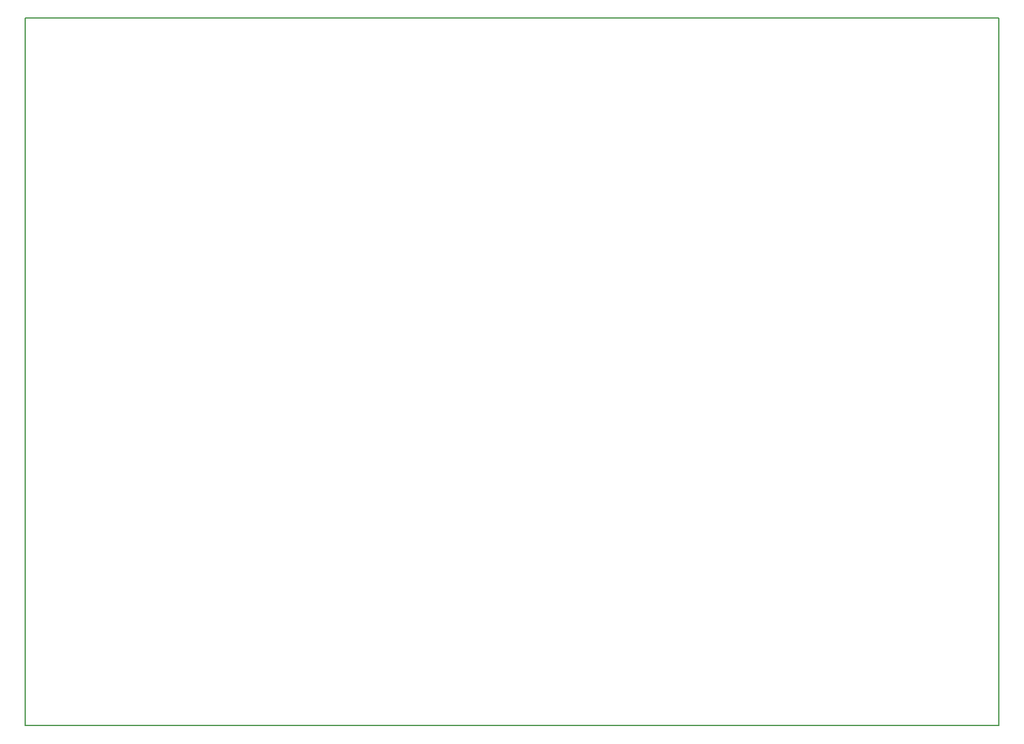
<source format=gbr>
%TF.GenerationSoftware,KiCad,Pcbnew,8.0.4*%
%TF.CreationDate,2024-10-18T00:11:30-06:00*%
%TF.ProjectId,Motor Controller,4d6f746f-7220-4436-9f6e-74726f6c6c65,Mk. 1*%
%TF.SameCoordinates,Original*%
%TF.FileFunction,Profile,NP*%
%FSLAX46Y46*%
G04 Gerber Fmt 4.6, Leading zero omitted, Abs format (unit mm)*
G04 Created by KiCad (PCBNEW 8.0.4) date 2024-10-18 00:11:30*
%MOMM*%
%LPD*%
G01*
G04 APERTURE LIST*
%TA.AperFunction,Profile*%
%ADD10C,0.200000*%
%TD*%
G04 APERTURE END LIST*
D10*
X86400000Y-54150000D02*
X223950000Y-54150000D01*
X223950000Y-154150000D01*
X86400000Y-154150000D01*
X86400000Y-54150000D01*
M02*

</source>
